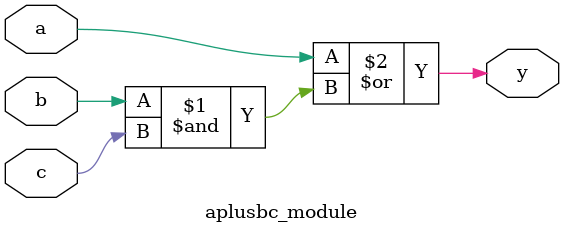
<source format=v>
module aplusbc_module(y,a,b,c);
input a,b,c;
output y;

assign y= a | ( b & c ) ;































endmodule 
</source>
